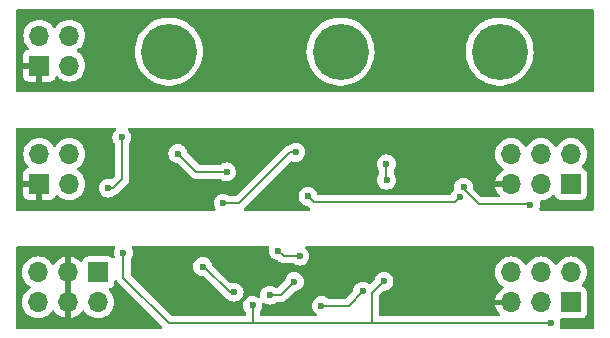
<source format=gbr>
%TF.GenerationSoftware,KiCad,Pcbnew,8.0.6*%
%TF.CreationDate,2024-11-12T19:13:31+01:00*%
%TF.ProjectId,EMG_amplifier,454d475f-616d-4706-9c69-666965722e6b,rev?*%
%TF.SameCoordinates,Original*%
%TF.FileFunction,Copper,L2,Bot*%
%TF.FilePolarity,Positive*%
%FSLAX46Y46*%
G04 Gerber Fmt 4.6, Leading zero omitted, Abs format (unit mm)*
G04 Created by KiCad (PCBNEW 8.0.6) date 2024-11-12 19:13:31*
%MOMM*%
%LPD*%
G01*
G04 APERTURE LIST*
%TA.AperFunction,ComponentPad*%
%ADD10C,4.750000*%
%TD*%
%TA.AperFunction,ComponentPad*%
%ADD11O,1.700000X1.700000*%
%TD*%
%TA.AperFunction,ComponentPad*%
%ADD12R,1.700000X1.700000*%
%TD*%
%TA.AperFunction,ViaPad*%
%ADD13C,0.600000*%
%TD*%
%TA.AperFunction,Conductor*%
%ADD14C,0.200000*%
%TD*%
G04 APERTURE END LIST*
D10*
%TO.P,E2,1,Pin_1*%
%TO.N,/Electrode_Board/V_ER*%
X40000400Y-16067200D03*
%TD*%
%TO.P,E1,1,Pin_1*%
%TO.N,/Electrode_Board/V_E1*%
X53469200Y-16067200D03*
%TD*%
D11*
%TO.P,J4,6,Pin_6*%
%TO.N,unconnected-(J4-Pin_6-Pad6)*%
X54448000Y-24754600D03*
%TO.P,J4,5,Pin_5*%
%TO.N,GND*%
X54448000Y-27294600D03*
%TO.P,J4,4,Pin_4*%
%TO.N,/Filtering_Board/V_F2*%
X56988000Y-24754600D03*
%TO.P,J4,3,Pin_3*%
%TO.N,/Filtering_Board/V_CM*%
X56988000Y-27294600D03*
%TO.P,J4,2,Pin_2*%
%TO.N,/Filtering_Board/V_F1*%
X59528000Y-24754600D03*
D12*
%TO.P,J4,1,Pin_1*%
%TO.N,/Filtering_Board/+V_DD*%
X59528000Y-27294600D03*
%TD*%
D11*
%TO.P,J7,6,Pin_6*%
%TO.N,+1V8*%
X14407400Y-37304800D03*
%TO.P,J7,5,Pin_5*%
X14407400Y-34764800D03*
%TO.P,J7,4,Pin_4*%
%TO.N,GND*%
X16947400Y-37304800D03*
%TO.P,J7,3,Pin_3*%
X16947400Y-34764800D03*
%TO.P,J7,2,Pin_2*%
%TO.N,/Processing_Board/V_EMG_OUT*%
X19487400Y-37304800D03*
D12*
%TO.P,J7,1,Pin_1*%
%TO.N,unconnected-(J7-Pin_1-Pad1)*%
X19487400Y-34764800D03*
%TD*%
%TO.P,J1,1,Pin_1*%
%TO.N,GND*%
X14498800Y-17255000D03*
D11*
%TO.P,J1,2,Pin_2*%
%TO.N,/Electrode_Board/V_I1*%
X17038800Y-17255000D03*
%TO.P,J1,3,Pin_3*%
%TO.N,/Electrode_Board/V_PR*%
X14498800Y-14715000D03*
%TO.P,J1,4,Pin_4*%
%TO.N,/Electrode_Board/V_I2*%
X17038800Y-14715000D03*
%TD*%
%TO.P,J3,6,Pin_6*%
%TO.N,unconnected-(J3-Pin_6-Pad6)*%
X54448000Y-34769400D03*
%TO.P,J3,5,Pin_5*%
%TO.N,GND*%
X54448000Y-37309400D03*
%TO.P,J3,4,Pin_4*%
%TO.N,/Processing_Board/V_F2*%
X56988000Y-34769400D03*
%TO.P,J3,3,Pin_3*%
%TO.N,/Processing_Board/V_CM*%
X56988000Y-37309400D03*
%TO.P,J3,2,Pin_2*%
%TO.N,/Processing_Board/V_F1*%
X59528000Y-34769400D03*
D12*
%TO.P,J3,1,Pin_1*%
%TO.N,+1V8*%
X59528000Y-37309400D03*
%TD*%
D11*
%TO.P,J2,4,Pin_4*%
%TO.N,/Filtering_Board/V_I2*%
X17038800Y-24754600D03*
%TO.P,J2,3,Pin_3*%
%TO.N,/Filtering_Board/V_PR*%
X14498800Y-24754600D03*
%TO.P,J2,2,Pin_2*%
%TO.N,/Filtering_Board/V_I1*%
X17038800Y-27294600D03*
D12*
%TO.P,J2,1,Pin_1*%
%TO.N,GND*%
X14498800Y-27294600D03*
%TD*%
D10*
%TO.P,E3,1,Pin_1*%
%TO.N,/Electrode_Board/V_E2*%
X25469200Y-16067200D03*
%TD*%
D13*
%TO.N,GND*%
X39100000Y-23750000D03*
X38150000Y-26800000D03*
X46580000Y-36960000D03*
%TO.N,+1V8*%
X43680000Y-35500000D03*
%TO.N,GND*%
X50100000Y-33350000D03*
X59719200Y-13200800D03*
X19995400Y-24252200D03*
X47325435Y-26924565D03*
X25075600Y-35180000D03*
X14498800Y-19050000D03*
X31847000Y-13270000D03*
X52344800Y-27875000D03*
X51430400Y-26909800D03*
X33862100Y-23870000D03*
X33904400Y-34326600D03*
X16937200Y-39076400D03*
X44290000Y-38040000D03*
X52840000Y-38040000D03*
X30323000Y-37501600D03*
X14513600Y-29109000D03*
X29434000Y-37222200D03*
X46269200Y-13200800D03*
X40900000Y-34740000D03*
X21748000Y-28316200D03*
X49093600Y-26935200D03*
%TO.N,/Filtering_Board/V_F2*%
X37250000Y-28330000D03*
X50120000Y-28410000D03*
%TO.N,/Filtering_Board/V_PR*%
X36200000Y-24600000D03*
X30079200Y-28900400D03*
%TO.N,/Processing_Board/LPF_400Hz/V_EMG_INA*%
X41884423Y-36374423D03*
X38390000Y-37577800D03*
%TO.N,Net-(U3-IN+)*%
X36555365Y-33390000D03*
X34742600Y-32925600D03*
%TO.N,+1V8*%
X28326600Y-34271800D03*
X30983400Y-36434800D03*
X34006000Y-36688800D03*
X57810800Y-39074400D03*
X21619200Y-33100800D03*
X32558200Y-37562000D03*
X36088800Y-35545800D03*
%TO.N,Net-(U8--INA)*%
X26233600Y-24700000D03*
X30348400Y-26249400D03*
%TO.N,/Filtering_Board/V_CM*%
X56080000Y-29020000D03*
X50414400Y-27544800D03*
%TO.N,/Filtering_Board/+V_DD*%
X20325600Y-27630400D03*
X43902165Y-26951000D03*
X21490900Y-23340900D03*
X43886600Y-25586600D03*
%TD*%
D14*
%TO.N,/Filtering_Board/+V_DD*%
X43886600Y-26935435D02*
X43902165Y-26951000D01*
X43886600Y-25586600D02*
X43886600Y-26935435D01*
%TO.N,/Filtering_Board/V_PR*%
X31405800Y-28900400D02*
X30079200Y-28900400D01*
X36200000Y-24600000D02*
X35706200Y-24600000D01*
X35706200Y-24600000D02*
X31405800Y-28900400D01*
%TO.N,/Filtering_Board/+V_DD*%
X21500000Y-23350000D02*
X21500000Y-26862400D01*
X20732000Y-27630400D02*
X20325600Y-27630400D01*
X21490900Y-23340900D02*
X21500000Y-23350000D01*
X21500000Y-26862400D02*
X20732000Y-27630400D01*
%TO.N,/Filtering_Board/V_F2*%
X49715200Y-28814800D02*
X50120000Y-28410000D01*
X37250000Y-28330000D02*
X37734800Y-28814800D01*
X37734800Y-28814800D02*
X49715200Y-28814800D01*
%TO.N,Net-(U3-IN+)*%
X36545365Y-33380000D02*
X35197000Y-33380000D01*
X36555365Y-33390000D02*
X36545365Y-33380000D01*
X35197000Y-33380000D02*
X34742600Y-32925600D01*
%TO.N,+1V8*%
X43641471Y-35500000D02*
X43680000Y-35500000D01*
X42640000Y-36501471D02*
X43641471Y-35500000D01*
X42640000Y-39074400D02*
X42640000Y-36501471D01*
X42640000Y-39074400D02*
X45160000Y-39074400D01*
X32558200Y-39074400D02*
X42640000Y-39074400D01*
X57810800Y-39074400D02*
X45160000Y-39074400D01*
%TO.N,/Filtering_Board/V_CM*%
X51709671Y-29002000D02*
X50414400Y-27706729D01*
X56062000Y-29002000D02*
X51709671Y-29002000D01*
X56080000Y-29020000D02*
X56062000Y-29002000D01*
X50414400Y-27706729D02*
X50414400Y-27544800D01*
%TO.N,+1V8*%
X30609400Y-36434800D02*
X28446400Y-34271800D01*
X21619200Y-35215600D02*
X25478000Y-39074400D01*
X36088800Y-35545800D02*
X34945800Y-36688800D01*
X28326600Y-34271800D02*
X28446400Y-34271800D01*
X28446400Y-34271800D02*
X28473800Y-34299200D01*
X25478000Y-39074400D02*
X32558200Y-39074400D01*
X34945800Y-36688800D02*
X34006000Y-36688800D01*
X32558200Y-39074400D02*
X32558200Y-37562000D01*
X21619200Y-33100800D02*
X21619200Y-35215600D01*
X30983400Y-36434800D02*
X30609400Y-36434800D01*
%TO.N,Net-(U8--INA)*%
X27783000Y-26249400D02*
X26233600Y-24700000D01*
X30348400Y-26249400D02*
X27783000Y-26249400D01*
%TO.N,/Processing_Board/LPF_400Hz/V_EMG_INA*%
X40681046Y-37577800D02*
X38390000Y-37577800D01*
X41884423Y-36374423D02*
X40681046Y-37577800D01*
%TD*%
%TA.AperFunction,Conductor*%
%TO.N,GND*%
G36*
X61413939Y-12520185D02*
G01*
X61459694Y-12572989D01*
X61470900Y-12624500D01*
X61470900Y-19376500D01*
X61451215Y-19443539D01*
X61398411Y-19489294D01*
X61346900Y-19500500D01*
X12624500Y-19500500D01*
X12557461Y-19480815D01*
X12511706Y-19428011D01*
X12500500Y-19376500D01*
X12500500Y-14714999D01*
X13143141Y-14714999D01*
X13143141Y-14715000D01*
X13163736Y-14950403D01*
X13163738Y-14950413D01*
X13224894Y-15178655D01*
X13224896Y-15178659D01*
X13224897Y-15178663D01*
X13228800Y-15187032D01*
X13324765Y-15392830D01*
X13324767Y-15392834D01*
X13433081Y-15547521D01*
X13460301Y-15586396D01*
X13460306Y-15586402D01*
X13582618Y-15708714D01*
X13616103Y-15770037D01*
X13611119Y-15839729D01*
X13569247Y-15895662D01*
X13538271Y-15912577D01*
X13406712Y-15961646D01*
X13406706Y-15961649D01*
X13291612Y-16047809D01*
X13291609Y-16047812D01*
X13205449Y-16162906D01*
X13205445Y-16162913D01*
X13155203Y-16297620D01*
X13155201Y-16297627D01*
X13148800Y-16357155D01*
X13148800Y-17005000D01*
X14065788Y-17005000D01*
X14032875Y-17062007D01*
X13998800Y-17189174D01*
X13998800Y-17320826D01*
X14032875Y-17447993D01*
X14065788Y-17505000D01*
X13148800Y-17505000D01*
X13148800Y-18152844D01*
X13155201Y-18212372D01*
X13155203Y-18212379D01*
X13205445Y-18347086D01*
X13205449Y-18347093D01*
X13291609Y-18462187D01*
X13291612Y-18462190D01*
X13406706Y-18548350D01*
X13406713Y-18548354D01*
X13541420Y-18598596D01*
X13541427Y-18598598D01*
X13600955Y-18604999D01*
X13600972Y-18605000D01*
X14248800Y-18605000D01*
X14248800Y-17688012D01*
X14305807Y-17720925D01*
X14432974Y-17755000D01*
X14564626Y-17755000D01*
X14691793Y-17720925D01*
X14748800Y-17688012D01*
X14748800Y-18605000D01*
X15396628Y-18605000D01*
X15396644Y-18604999D01*
X15456172Y-18598598D01*
X15456179Y-18598596D01*
X15590886Y-18548354D01*
X15590893Y-18548350D01*
X15705987Y-18462190D01*
X15705990Y-18462187D01*
X15792150Y-18347093D01*
X15792154Y-18347086D01*
X15841222Y-18215529D01*
X15883093Y-18159595D01*
X15948557Y-18135178D01*
X16016830Y-18150030D01*
X16045085Y-18171181D01*
X16167399Y-18293495D01*
X16243935Y-18347086D01*
X16360965Y-18429032D01*
X16360967Y-18429033D01*
X16360970Y-18429035D01*
X16575137Y-18528903D01*
X16803392Y-18590063D01*
X16974119Y-18605000D01*
X17038799Y-18610659D01*
X17038800Y-18610659D01*
X17038801Y-18610659D01*
X17103481Y-18605000D01*
X17274208Y-18590063D01*
X17502463Y-18528903D01*
X17716630Y-18429035D01*
X17910201Y-18293495D01*
X18077295Y-18126401D01*
X18212835Y-17932830D01*
X18312703Y-17718663D01*
X18373863Y-17490408D01*
X18394459Y-17255000D01*
X18373863Y-17019592D01*
X18312703Y-16791337D01*
X18212835Y-16577171D01*
X18077295Y-16383599D01*
X18077294Y-16383597D01*
X17910202Y-16216506D01*
X17910196Y-16216501D01*
X17724642Y-16086575D01*
X17709152Y-16067196D01*
X22588827Y-16067196D01*
X22588827Y-16067203D01*
X22608303Y-16401591D01*
X22608304Y-16401602D01*
X22666464Y-16731442D01*
X22666467Y-16731456D01*
X22666468Y-16731460D01*
X22683717Y-16789075D01*
X22762534Y-17052345D01*
X22895201Y-17359900D01*
X22895207Y-17359913D01*
X23062686Y-17649996D01*
X23262702Y-17918664D01*
X23262707Y-17918670D01*
X23381420Y-18044498D01*
X23492568Y-18162307D01*
X23492574Y-18162312D01*
X23492576Y-18162314D01*
X23749158Y-18377612D01*
X23749166Y-18377618D01*
X24029009Y-18561674D01*
X24029013Y-18561676D01*
X24328343Y-18712005D01*
X24643100Y-18826567D01*
X24643106Y-18826568D01*
X24643108Y-18826569D01*
X24969012Y-18903811D01*
X24969019Y-18903812D01*
X24969028Y-18903814D01*
X25301721Y-18942700D01*
X25301728Y-18942700D01*
X25636672Y-18942700D01*
X25636679Y-18942700D01*
X25969372Y-18903814D01*
X25969381Y-18903811D01*
X25969387Y-18903811D01*
X26232276Y-18841504D01*
X26295300Y-18826567D01*
X26610057Y-18712005D01*
X26909387Y-18561676D01*
X27189239Y-18377614D01*
X27445832Y-18162307D01*
X27675694Y-17918668D01*
X27875717Y-17649991D01*
X28043195Y-17359909D01*
X28175865Y-17052346D01*
X28271932Y-16731460D01*
X28330097Y-16401591D01*
X28349372Y-16070659D01*
X28349573Y-16067203D01*
X28349573Y-16067196D01*
X37120027Y-16067196D01*
X37120027Y-16067203D01*
X37139503Y-16401591D01*
X37139504Y-16401602D01*
X37197664Y-16731442D01*
X37197667Y-16731456D01*
X37197668Y-16731460D01*
X37214917Y-16789075D01*
X37293734Y-17052345D01*
X37426401Y-17359900D01*
X37426407Y-17359913D01*
X37593886Y-17649996D01*
X37793902Y-17918664D01*
X37793907Y-17918670D01*
X37912620Y-18044498D01*
X38023768Y-18162307D01*
X38023774Y-18162312D01*
X38023776Y-18162314D01*
X38280358Y-18377612D01*
X38280366Y-18377618D01*
X38560209Y-18561674D01*
X38560213Y-18561676D01*
X38859543Y-18712005D01*
X39174300Y-18826567D01*
X39174306Y-18826568D01*
X39174308Y-18826569D01*
X39500212Y-18903811D01*
X39500219Y-18903812D01*
X39500228Y-18903814D01*
X39832921Y-18942700D01*
X39832928Y-18942700D01*
X40167872Y-18942700D01*
X40167879Y-18942700D01*
X40500572Y-18903814D01*
X40500581Y-18903811D01*
X40500587Y-18903811D01*
X40763476Y-18841504D01*
X40826500Y-18826567D01*
X41141257Y-18712005D01*
X41440587Y-18561676D01*
X41720439Y-18377614D01*
X41977032Y-18162307D01*
X42206894Y-17918668D01*
X42406917Y-17649991D01*
X42574395Y-17359909D01*
X42707065Y-17052346D01*
X42803132Y-16731460D01*
X42861297Y-16401591D01*
X42880572Y-16070659D01*
X42880773Y-16067203D01*
X42880773Y-16067196D01*
X50588827Y-16067196D01*
X50588827Y-16067203D01*
X50608303Y-16401591D01*
X50608304Y-16401602D01*
X50666464Y-16731442D01*
X50666467Y-16731456D01*
X50666468Y-16731460D01*
X50683717Y-16789075D01*
X50762534Y-17052345D01*
X50895201Y-17359900D01*
X50895207Y-17359913D01*
X51062686Y-17649996D01*
X51262702Y-17918664D01*
X51262707Y-17918670D01*
X51381420Y-18044498D01*
X51492568Y-18162307D01*
X51492574Y-18162312D01*
X51492576Y-18162314D01*
X51749158Y-18377612D01*
X51749166Y-18377618D01*
X52029009Y-18561674D01*
X52029013Y-18561676D01*
X52328343Y-18712005D01*
X52643100Y-18826567D01*
X52643106Y-18826568D01*
X52643108Y-18826569D01*
X52969012Y-18903811D01*
X52969019Y-18903812D01*
X52969028Y-18903814D01*
X53301721Y-18942700D01*
X53301728Y-18942700D01*
X53636672Y-18942700D01*
X53636679Y-18942700D01*
X53969372Y-18903814D01*
X53969381Y-18903811D01*
X53969387Y-18903811D01*
X54232276Y-18841504D01*
X54295300Y-18826567D01*
X54610057Y-18712005D01*
X54909387Y-18561676D01*
X55189239Y-18377614D01*
X55445832Y-18162307D01*
X55675694Y-17918668D01*
X55875717Y-17649991D01*
X56043195Y-17359909D01*
X56175865Y-17052346D01*
X56271932Y-16731460D01*
X56330097Y-16401591D01*
X56349372Y-16070659D01*
X56349573Y-16067203D01*
X56349573Y-16067196D01*
X56338869Y-15883425D01*
X56330097Y-15732809D01*
X56271932Y-15402940D01*
X56175865Y-15082054D01*
X56043195Y-14774491D01*
X55875717Y-14484409D01*
X55872131Y-14479592D01*
X55675697Y-14215735D01*
X55675692Y-14215729D01*
X55564546Y-14097923D01*
X55445832Y-13972093D01*
X55445825Y-13972087D01*
X55445823Y-13972085D01*
X55189241Y-13756787D01*
X55189233Y-13756781D01*
X54909390Y-13572725D01*
X54610064Y-13422398D01*
X54610058Y-13422395D01*
X54295312Y-13307837D01*
X54295291Y-13307830D01*
X53969387Y-13230588D01*
X53969372Y-13230586D01*
X53636679Y-13191700D01*
X53301721Y-13191700D01*
X53010614Y-13225725D01*
X52969027Y-13230586D01*
X52969012Y-13230588D01*
X52643108Y-13307830D01*
X52643087Y-13307837D01*
X52328341Y-13422395D01*
X52328335Y-13422398D01*
X52029009Y-13572725D01*
X51749166Y-13756781D01*
X51749158Y-13756787D01*
X51492576Y-13972085D01*
X51492566Y-13972095D01*
X51262707Y-14215729D01*
X51262702Y-14215735D01*
X51062686Y-14484403D01*
X50895207Y-14774486D01*
X50895201Y-14774499D01*
X50762534Y-15082054D01*
X50666467Y-15402943D01*
X50666464Y-15402957D01*
X50608304Y-15732797D01*
X50608303Y-15732808D01*
X50588827Y-16067196D01*
X42880773Y-16067196D01*
X42870069Y-15883425D01*
X42861297Y-15732809D01*
X42803132Y-15402940D01*
X42707065Y-15082054D01*
X42574395Y-14774491D01*
X42406917Y-14484409D01*
X42403331Y-14479592D01*
X42206897Y-14215735D01*
X42206892Y-14215729D01*
X42095746Y-14097923D01*
X41977032Y-13972093D01*
X41977025Y-13972087D01*
X41977023Y-13972085D01*
X41720441Y-13756787D01*
X41720433Y-13756781D01*
X41440590Y-13572725D01*
X41141264Y-13422398D01*
X41141258Y-13422395D01*
X40826512Y-13307837D01*
X40826491Y-13307830D01*
X40500587Y-13230588D01*
X40500572Y-13230586D01*
X40167879Y-13191700D01*
X39832921Y-13191700D01*
X39541814Y-13225725D01*
X39500227Y-13230586D01*
X39500212Y-13230588D01*
X39174308Y-13307830D01*
X39174287Y-13307837D01*
X38859541Y-13422395D01*
X38859535Y-13422398D01*
X38560209Y-13572725D01*
X38280366Y-13756781D01*
X38280358Y-13756787D01*
X38023776Y-13972085D01*
X38023766Y-13972095D01*
X37793907Y-14215729D01*
X37793902Y-14215735D01*
X37593886Y-14484403D01*
X37426407Y-14774486D01*
X37426401Y-14774499D01*
X37293734Y-15082054D01*
X37197667Y-15402943D01*
X37197664Y-15402957D01*
X37139504Y-15732797D01*
X37139503Y-15732808D01*
X37120027Y-16067196D01*
X28349573Y-16067196D01*
X28338869Y-15883425D01*
X28330097Y-15732809D01*
X28271932Y-15402940D01*
X28175865Y-15082054D01*
X28043195Y-14774491D01*
X27875717Y-14484409D01*
X27872131Y-14479592D01*
X27675697Y-14215735D01*
X27675692Y-14215729D01*
X27564546Y-14097923D01*
X27445832Y-13972093D01*
X27445825Y-13972087D01*
X27445823Y-13972085D01*
X27189241Y-13756787D01*
X27189233Y-13756781D01*
X26909390Y-13572725D01*
X26610064Y-13422398D01*
X26610058Y-13422395D01*
X26295312Y-13307837D01*
X26295291Y-13307830D01*
X25969387Y-13230588D01*
X25969372Y-13230586D01*
X25636679Y-13191700D01*
X25301721Y-13191700D01*
X25010614Y-13225725D01*
X24969027Y-13230586D01*
X24969012Y-13230588D01*
X24643108Y-13307830D01*
X24643087Y-13307837D01*
X24328341Y-13422395D01*
X24328335Y-13422398D01*
X24029009Y-13572725D01*
X23749166Y-13756781D01*
X23749158Y-13756787D01*
X23492576Y-13972085D01*
X23492566Y-13972095D01*
X23262707Y-14215729D01*
X23262702Y-14215735D01*
X23062686Y-14484403D01*
X22895207Y-14774486D01*
X22895201Y-14774499D01*
X22762534Y-15082054D01*
X22666467Y-15402943D01*
X22666464Y-15402957D01*
X22608304Y-15732797D01*
X22608303Y-15732808D01*
X22588827Y-16067196D01*
X17709152Y-16067196D01*
X17681017Y-16031998D01*
X17673823Y-15962500D01*
X17705346Y-15900145D01*
X17724642Y-15883425D01*
X17836300Y-15805241D01*
X17910201Y-15753495D01*
X18077295Y-15586401D01*
X18212835Y-15392830D01*
X18312703Y-15178663D01*
X18373863Y-14950408D01*
X18394459Y-14715000D01*
X18373863Y-14479592D01*
X18312703Y-14251337D01*
X18212835Y-14037171D01*
X18207225Y-14029158D01*
X18077294Y-13843597D01*
X17910202Y-13676506D01*
X17910195Y-13676501D01*
X17716634Y-13540967D01*
X17716630Y-13540965D01*
X17716628Y-13540964D01*
X17502463Y-13441097D01*
X17502459Y-13441096D01*
X17502455Y-13441094D01*
X17274213Y-13379938D01*
X17274203Y-13379936D01*
X17038801Y-13359341D01*
X17038799Y-13359341D01*
X16803396Y-13379936D01*
X16803386Y-13379938D01*
X16575144Y-13441094D01*
X16575135Y-13441098D01*
X16360971Y-13540964D01*
X16360969Y-13540965D01*
X16167397Y-13676505D01*
X16000305Y-13843597D01*
X15870375Y-14029158D01*
X15815798Y-14072783D01*
X15746300Y-14079977D01*
X15683945Y-14048454D01*
X15667225Y-14029158D01*
X15537294Y-13843597D01*
X15370202Y-13676506D01*
X15370195Y-13676501D01*
X15176634Y-13540967D01*
X15176630Y-13540965D01*
X15176628Y-13540964D01*
X14962463Y-13441097D01*
X14962459Y-13441096D01*
X14962455Y-13441094D01*
X14734213Y-13379938D01*
X14734203Y-13379936D01*
X14498801Y-13359341D01*
X14498799Y-13359341D01*
X14263396Y-13379936D01*
X14263386Y-13379938D01*
X14035144Y-13441094D01*
X14035135Y-13441098D01*
X13820971Y-13540964D01*
X13820969Y-13540965D01*
X13627397Y-13676505D01*
X13460305Y-13843597D01*
X13324765Y-14037169D01*
X13324764Y-14037171D01*
X13224898Y-14251335D01*
X13224894Y-14251344D01*
X13163738Y-14479586D01*
X13163736Y-14479596D01*
X13143141Y-14714999D01*
X12500500Y-14714999D01*
X12500500Y-12624500D01*
X12520185Y-12557461D01*
X12572989Y-12511706D01*
X12624500Y-12500500D01*
X61346900Y-12500500D01*
X61413939Y-12520185D01*
G37*
%TD.AperFunction*%
%TD*%
%TA.AperFunction,Conductor*%
%TO.N,GND*%
G36*
X20868152Y-32560785D02*
G01*
X20913907Y-32613589D01*
X20923851Y-32682747D01*
X20906107Y-32731072D01*
X20893411Y-32751276D01*
X20833831Y-32921545D01*
X20833830Y-32921550D01*
X20813635Y-33100796D01*
X20813635Y-33100803D01*
X20833830Y-33280049D01*
X20833832Y-33280057D01*
X20880152Y-33412432D01*
X20883713Y-33482211D01*
X20848984Y-33542838D01*
X20786991Y-33575065D01*
X20717415Y-33568660D01*
X20688799Y-33552652D01*
X20579735Y-33471006D01*
X20579728Y-33471002D01*
X20444882Y-33420708D01*
X20444883Y-33420708D01*
X20385283Y-33414301D01*
X20385281Y-33414300D01*
X20385273Y-33414300D01*
X20385264Y-33414300D01*
X18589529Y-33414300D01*
X18589523Y-33414301D01*
X18529916Y-33420708D01*
X18395071Y-33471002D01*
X18395064Y-33471006D01*
X18279855Y-33557252D01*
X18279852Y-33557255D01*
X18193606Y-33672464D01*
X18193602Y-33672471D01*
X18144397Y-33804398D01*
X18102526Y-33860332D01*
X18037061Y-33884749D01*
X17968788Y-33869897D01*
X17940534Y-33848746D01*
X17818482Y-33726694D01*
X17624978Y-33591199D01*
X17410892Y-33491370D01*
X17410886Y-33491367D01*
X17197400Y-33434164D01*
X17197400Y-34331788D01*
X17140393Y-34298875D01*
X17013226Y-34264800D01*
X16881574Y-34264800D01*
X16754407Y-34298875D01*
X16697400Y-34331788D01*
X16697400Y-33434164D01*
X16697399Y-33434164D01*
X16483913Y-33491367D01*
X16483907Y-33491370D01*
X16269822Y-33591199D01*
X16269820Y-33591200D01*
X16076326Y-33726686D01*
X16076320Y-33726691D01*
X15909291Y-33893720D01*
X15909290Y-33893722D01*
X15779280Y-34079395D01*
X15724703Y-34123019D01*
X15655204Y-34130212D01*
X15592850Y-34098690D01*
X15576130Y-34079394D01*
X15445894Y-33893397D01*
X15278802Y-33726306D01*
X15278795Y-33726301D01*
X15256897Y-33710968D01*
X15201918Y-33672471D01*
X15085234Y-33590767D01*
X15085230Y-33590765D01*
X15039102Y-33569255D01*
X14871063Y-33490897D01*
X14871059Y-33490896D01*
X14871055Y-33490894D01*
X14642813Y-33429738D01*
X14642803Y-33429736D01*
X14407401Y-33409141D01*
X14407399Y-33409141D01*
X14171996Y-33429736D01*
X14171986Y-33429738D01*
X13943744Y-33490894D01*
X13943735Y-33490898D01*
X13729571Y-33590764D01*
X13729569Y-33590765D01*
X13535997Y-33726305D01*
X13368905Y-33893397D01*
X13233365Y-34086969D01*
X13233364Y-34086971D01*
X13133498Y-34301135D01*
X13133494Y-34301144D01*
X13072338Y-34529386D01*
X13072336Y-34529396D01*
X13051741Y-34764799D01*
X13051741Y-34764800D01*
X13072336Y-35000203D01*
X13072338Y-35000213D01*
X13133494Y-35228455D01*
X13133496Y-35228459D01*
X13133497Y-35228463D01*
X13215064Y-35403384D01*
X13233365Y-35442630D01*
X13233367Y-35442634D01*
X13321751Y-35568858D01*
X13368901Y-35636196D01*
X13368906Y-35636202D01*
X13535997Y-35803293D01*
X13536003Y-35803298D01*
X13721558Y-35933225D01*
X13765183Y-35987802D01*
X13772377Y-36057300D01*
X13740854Y-36119655D01*
X13721558Y-36136375D01*
X13535997Y-36266305D01*
X13368905Y-36433397D01*
X13233365Y-36626969D01*
X13233364Y-36626971D01*
X13133498Y-36841135D01*
X13133494Y-36841144D01*
X13072338Y-37069386D01*
X13072336Y-37069396D01*
X13051741Y-37304799D01*
X13051741Y-37304800D01*
X13072336Y-37540203D01*
X13072338Y-37540213D01*
X13133494Y-37768455D01*
X13133496Y-37768459D01*
X13133497Y-37768463D01*
X13213201Y-37939388D01*
X13233365Y-37982630D01*
X13233367Y-37982634D01*
X13316445Y-38101280D01*
X13368905Y-38176201D01*
X13535999Y-38343295D01*
X13564381Y-38363168D01*
X13729565Y-38478832D01*
X13729567Y-38478833D01*
X13729570Y-38478835D01*
X13943737Y-38578703D01*
X14171992Y-38639863D01*
X14360318Y-38656339D01*
X14407399Y-38660459D01*
X14407400Y-38660459D01*
X14407401Y-38660459D01*
X14446634Y-38657026D01*
X14642808Y-38639863D01*
X14871063Y-38578703D01*
X15085230Y-38478835D01*
X15278801Y-38343295D01*
X15445895Y-38176201D01*
X15576130Y-37990205D01*
X15630707Y-37946581D01*
X15700205Y-37939387D01*
X15762560Y-37970910D01*
X15779279Y-37990205D01*
X15909290Y-38175878D01*
X16076317Y-38342905D01*
X16269821Y-38478400D01*
X16483907Y-38578229D01*
X16483916Y-38578233D01*
X16697400Y-38635434D01*
X16697400Y-37737812D01*
X16754407Y-37770725D01*
X16881574Y-37804800D01*
X17013226Y-37804800D01*
X17140393Y-37770725D01*
X17197400Y-37737812D01*
X17197400Y-38635433D01*
X17410883Y-38578233D01*
X17410892Y-38578229D01*
X17624978Y-38478400D01*
X17818482Y-38342905D01*
X17985505Y-38175882D01*
X18115519Y-37990205D01*
X18170096Y-37946581D01*
X18239595Y-37939388D01*
X18301949Y-37970910D01*
X18318669Y-37990205D01*
X18448905Y-38176201D01*
X18615999Y-38343295D01*
X18644381Y-38363168D01*
X18809565Y-38478832D01*
X18809567Y-38478833D01*
X18809570Y-38478835D01*
X19023737Y-38578703D01*
X19251992Y-38639863D01*
X19440318Y-38656339D01*
X19487399Y-38660459D01*
X19487400Y-38660459D01*
X19487401Y-38660459D01*
X19526634Y-38657026D01*
X19722808Y-38639863D01*
X19951063Y-38578703D01*
X20165230Y-38478835D01*
X20358801Y-38343295D01*
X20525895Y-38176201D01*
X20661435Y-37982630D01*
X20761303Y-37768463D01*
X20822463Y-37540208D01*
X20843059Y-37304800D01*
X20822463Y-37069392D01*
X20762536Y-36845737D01*
X20761305Y-36841144D01*
X20761304Y-36841143D01*
X20761303Y-36841137D01*
X20661435Y-36626971D01*
X20659351Y-36623995D01*
X20525896Y-36433400D01*
X20468996Y-36376500D01*
X20403967Y-36311471D01*
X20370484Y-36250151D01*
X20375468Y-36180459D01*
X20417339Y-36124525D01*
X20448315Y-36107610D01*
X20579731Y-36058596D01*
X20694946Y-35972346D01*
X20781196Y-35857131D01*
X20831491Y-35722283D01*
X20837900Y-35662673D01*
X20837899Y-35526119D01*
X20857583Y-35459083D01*
X20910387Y-35413328D01*
X20979545Y-35403384D01*
X21043101Y-35432408D01*
X21069283Y-35464117D01*
X21088558Y-35497501D01*
X21088559Y-35497504D01*
X21088560Y-35497504D01*
X21129755Y-35568858D01*
X21138679Y-35584314D01*
X21138681Y-35584317D01*
X21257549Y-35703185D01*
X21257555Y-35703190D01*
X24878784Y-39324419D01*
X24912269Y-39385742D01*
X24907285Y-39455434D01*
X24865413Y-39511367D01*
X24799949Y-39535784D01*
X24791103Y-39536100D01*
X12624500Y-39536100D01*
X12557461Y-39516415D01*
X12511706Y-39463611D01*
X12500500Y-39412100D01*
X12500500Y-32665100D01*
X12520185Y-32598061D01*
X12572989Y-32552306D01*
X12624500Y-32541100D01*
X12679092Y-32541100D01*
X20801113Y-32541100D01*
X20868152Y-32560785D01*
G37*
%TD.AperFunction*%
%TA.AperFunction,Conductor*%
G36*
X33921327Y-32560785D02*
G01*
X33967082Y-32613589D01*
X33977026Y-32682747D01*
X33971330Y-32706054D01*
X33957232Y-32746342D01*
X33957230Y-32746350D01*
X33937035Y-32925596D01*
X33937035Y-32925603D01*
X33957230Y-33104849D01*
X33957231Y-33104854D01*
X34016811Y-33275123D01*
X34101021Y-33409141D01*
X34112784Y-33427862D01*
X34240338Y-33555416D01*
X34393078Y-33651389D01*
X34563345Y-33710968D01*
X34650268Y-33720761D01*
X34714679Y-33747826D01*
X34724064Y-33756300D01*
X34828284Y-33860520D01*
X34828286Y-33860521D01*
X34828290Y-33860524D01*
X34935251Y-33922277D01*
X34965216Y-33939577D01*
X35117943Y-33980501D01*
X35117945Y-33980501D01*
X35283654Y-33980501D01*
X35283670Y-33980500D01*
X35962425Y-33980500D01*
X36029464Y-34000185D01*
X36050106Y-34016819D01*
X36053103Y-34019816D01*
X36205843Y-34115789D01*
X36376110Y-34175368D01*
X36376115Y-34175369D01*
X36555361Y-34195565D01*
X36555365Y-34195565D01*
X36555369Y-34195565D01*
X36734614Y-34175369D01*
X36734617Y-34175368D01*
X36734620Y-34175368D01*
X36904887Y-34115789D01*
X37057627Y-34019816D01*
X37185181Y-33892262D01*
X37281154Y-33739522D01*
X37340733Y-33569255D01*
X37342085Y-33557255D01*
X37360930Y-33390003D01*
X37360930Y-33389996D01*
X37340734Y-33210750D01*
X37340733Y-33210745D01*
X37303678Y-33104849D01*
X37281154Y-33040478D01*
X37185181Y-32887738D01*
X37057627Y-32760184D01*
X37052703Y-32755260D01*
X37054168Y-32753794D01*
X37019819Y-32704848D01*
X37016976Y-32635036D01*
X37052326Y-32574770D01*
X37114648Y-32543182D01*
X37137276Y-32541100D01*
X61346900Y-32541100D01*
X61413939Y-32560785D01*
X61459694Y-32613589D01*
X61470900Y-32665100D01*
X61470900Y-39412100D01*
X61451215Y-39479139D01*
X61398411Y-39524894D01*
X61346900Y-39536100D01*
X58672098Y-39536100D01*
X58605059Y-39516415D01*
X58559304Y-39463611D01*
X58549360Y-39394453D01*
X58555057Y-39371145D01*
X58596166Y-39253662D01*
X58596169Y-39253649D01*
X58616365Y-39074403D01*
X58616365Y-39074396D01*
X58596169Y-38895150D01*
X58596166Y-38895137D01*
X58571573Y-38824854D01*
X58568011Y-38755075D01*
X58602739Y-38694448D01*
X58664733Y-38662220D01*
X58688604Y-38659899D01*
X60425872Y-38659899D01*
X60485483Y-38653491D01*
X60620331Y-38603196D01*
X60735546Y-38516946D01*
X60821796Y-38401731D01*
X60872091Y-38266883D01*
X60878500Y-38207273D01*
X60878499Y-36411528D01*
X60872091Y-36351917D01*
X60870810Y-36348483D01*
X60821797Y-36217071D01*
X60821793Y-36217064D01*
X60735547Y-36101855D01*
X60735544Y-36101852D01*
X60620335Y-36015606D01*
X60620328Y-36015602D01*
X60488917Y-35966589D01*
X60432983Y-35924718D01*
X60408566Y-35859253D01*
X60423418Y-35790980D01*
X60444563Y-35762732D01*
X60566495Y-35640801D01*
X60702035Y-35447230D01*
X60801903Y-35233063D01*
X60863063Y-35004808D01*
X60883659Y-34769400D01*
X60883256Y-34764799D01*
X60877100Y-34694435D01*
X60863063Y-34533992D01*
X60801903Y-34305737D01*
X60702035Y-34091571D01*
X60696425Y-34083558D01*
X60566494Y-33897997D01*
X60399402Y-33730906D01*
X60399395Y-33730901D01*
X60393375Y-33726686D01*
X60360521Y-33703681D01*
X60205834Y-33595367D01*
X60205830Y-33595365D01*
X60195963Y-33590764D01*
X59991663Y-33495497D01*
X59991659Y-33495496D01*
X59991655Y-33495494D01*
X59763413Y-33434338D01*
X59763403Y-33434336D01*
X59528001Y-33413741D01*
X59527999Y-33413741D01*
X59292596Y-33434336D01*
X59292586Y-33434338D01*
X59064344Y-33495494D01*
X59064335Y-33495498D01*
X58850171Y-33595364D01*
X58850169Y-33595365D01*
X58656597Y-33730905D01*
X58489505Y-33897997D01*
X58359575Y-34083558D01*
X58304998Y-34127183D01*
X58235500Y-34134377D01*
X58173145Y-34102854D01*
X58156425Y-34083558D01*
X58026494Y-33897997D01*
X57859402Y-33730906D01*
X57859395Y-33730901D01*
X57853375Y-33726686D01*
X57820521Y-33703681D01*
X57665834Y-33595367D01*
X57665830Y-33595365D01*
X57655963Y-33590764D01*
X57451663Y-33495497D01*
X57451659Y-33495496D01*
X57451655Y-33495494D01*
X57223413Y-33434338D01*
X57223403Y-33434336D01*
X56988001Y-33413741D01*
X56987999Y-33413741D01*
X56752596Y-33434336D01*
X56752586Y-33434338D01*
X56524344Y-33495494D01*
X56524335Y-33495498D01*
X56310171Y-33595364D01*
X56310169Y-33595365D01*
X56116597Y-33730905D01*
X55949505Y-33897997D01*
X55819575Y-34083558D01*
X55764998Y-34127183D01*
X55695500Y-34134377D01*
X55633145Y-34102854D01*
X55616425Y-34083558D01*
X55486494Y-33897997D01*
X55319402Y-33730906D01*
X55319395Y-33730901D01*
X55313375Y-33726686D01*
X55280521Y-33703681D01*
X55125834Y-33595367D01*
X55125830Y-33595365D01*
X55115963Y-33590764D01*
X54911663Y-33495497D01*
X54911659Y-33495496D01*
X54911655Y-33495494D01*
X54683413Y-33434338D01*
X54683403Y-33434336D01*
X54448001Y-33413741D01*
X54447999Y-33413741D01*
X54212596Y-33434336D01*
X54212586Y-33434338D01*
X53984344Y-33495494D01*
X53984335Y-33495498D01*
X53770171Y-33595364D01*
X53770169Y-33595365D01*
X53576597Y-33730905D01*
X53409505Y-33897997D01*
X53273965Y-34091569D01*
X53273964Y-34091571D01*
X53174098Y-34305735D01*
X53174094Y-34305744D01*
X53112938Y-34533986D01*
X53112936Y-34533996D01*
X53092341Y-34769399D01*
X53092341Y-34769400D01*
X53112936Y-35004803D01*
X53112938Y-35004813D01*
X53174094Y-35233055D01*
X53174096Y-35233059D01*
X53174097Y-35233063D01*
X53271820Y-35442630D01*
X53273965Y-35447230D01*
X53273967Y-35447234D01*
X53359130Y-35568858D01*
X53409505Y-35640801D01*
X53576599Y-35807895D01*
X53754607Y-35932538D01*
X53762594Y-35938130D01*
X53806219Y-35992707D01*
X53813413Y-36062205D01*
X53781890Y-36124560D01*
X53762595Y-36141280D01*
X53576922Y-36271290D01*
X53576920Y-36271291D01*
X53409891Y-36438320D01*
X53409886Y-36438326D01*
X53274400Y-36631820D01*
X53274399Y-36631822D01*
X53174570Y-36845907D01*
X53174567Y-36845913D01*
X53117364Y-37059399D01*
X53117364Y-37059400D01*
X54014988Y-37059400D01*
X53982075Y-37116407D01*
X53948000Y-37243574D01*
X53948000Y-37375226D01*
X53982075Y-37502393D01*
X54014988Y-37559400D01*
X53117364Y-37559400D01*
X53174567Y-37772886D01*
X53174570Y-37772892D01*
X53274399Y-37986978D01*
X53409894Y-38180482D01*
X53491631Y-38262219D01*
X53525116Y-38323542D01*
X53520132Y-38393234D01*
X53478260Y-38449167D01*
X53412796Y-38473584D01*
X53403950Y-38473900D01*
X43364500Y-38473900D01*
X43297461Y-38454215D01*
X43251706Y-38401411D01*
X43240500Y-38349900D01*
X43240500Y-36801567D01*
X43260185Y-36734528D01*
X43276815Y-36713890D01*
X43655113Y-36335591D01*
X43716434Y-36302108D01*
X43728906Y-36300054D01*
X43755368Y-36297072D01*
X43859250Y-36285369D01*
X43859253Y-36285368D01*
X43859255Y-36285368D01*
X44029522Y-36225789D01*
X44182262Y-36129816D01*
X44309816Y-36002262D01*
X44405789Y-35849522D01*
X44465368Y-35679255D01*
X44465369Y-35679249D01*
X44485565Y-35500003D01*
X44485565Y-35499996D01*
X44465369Y-35320750D01*
X44465368Y-35320745D01*
X44434684Y-35233055D01*
X44405789Y-35150478D01*
X44309816Y-34997738D01*
X44182262Y-34870184D01*
X44119306Y-34830626D01*
X44029523Y-34774211D01*
X43859254Y-34714631D01*
X43859249Y-34714630D01*
X43680004Y-34694435D01*
X43679996Y-34694435D01*
X43500750Y-34714630D01*
X43500745Y-34714631D01*
X43330476Y-34774211D01*
X43177737Y-34870184D01*
X43050184Y-34997737D01*
X42954210Y-35150478D01*
X42894630Y-35320750D01*
X42889729Y-35364249D01*
X42862661Y-35428662D01*
X42854190Y-35438044D01*
X42554580Y-35737655D01*
X42493257Y-35771140D01*
X42423566Y-35766156D01*
X42389584Y-35746919D01*
X42386686Y-35744608D01*
X42386685Y-35744607D01*
X42309520Y-35696121D01*
X42233946Y-35648634D01*
X42063677Y-35589054D01*
X42063672Y-35589053D01*
X41884427Y-35568858D01*
X41884419Y-35568858D01*
X41705173Y-35589053D01*
X41705168Y-35589054D01*
X41534899Y-35648634D01*
X41382160Y-35744607D01*
X41254607Y-35872160D01*
X41158633Y-36024901D01*
X41099053Y-36195173D01*
X41089260Y-36282091D01*
X41062193Y-36346505D01*
X41053721Y-36355888D01*
X40468630Y-36940981D01*
X40407307Y-36974466D01*
X40380949Y-36977300D01*
X38972412Y-36977300D01*
X38905373Y-36957615D01*
X38895097Y-36950245D01*
X38892263Y-36947985D01*
X38892262Y-36947984D01*
X38823378Y-36904701D01*
X38739523Y-36852011D01*
X38569254Y-36792431D01*
X38569249Y-36792430D01*
X38390004Y-36772235D01*
X38389996Y-36772235D01*
X38210750Y-36792430D01*
X38210745Y-36792431D01*
X38040476Y-36852011D01*
X37887737Y-36947984D01*
X37760184Y-37075537D01*
X37664211Y-37228276D01*
X37604631Y-37398545D01*
X37604630Y-37398550D01*
X37584435Y-37577796D01*
X37584435Y-37577803D01*
X37604630Y-37757049D01*
X37604631Y-37757054D01*
X37664211Y-37927323D01*
X37753406Y-38069275D01*
X37760184Y-38080062D01*
X37887738Y-38207616D01*
X37947085Y-38244906D01*
X37993376Y-38297241D01*
X38004024Y-38366294D01*
X37975649Y-38430143D01*
X37917259Y-38468515D01*
X37881113Y-38473900D01*
X33282700Y-38473900D01*
X33215661Y-38454215D01*
X33169906Y-38401411D01*
X33158700Y-38349900D01*
X33158700Y-38144412D01*
X33178385Y-38077373D01*
X33185755Y-38067097D01*
X33188010Y-38064267D01*
X33188016Y-38064262D01*
X33283989Y-37911522D01*
X33343568Y-37741255D01*
X33347146Y-37709499D01*
X33363765Y-37562003D01*
X33363765Y-37561997D01*
X33352418Y-37461290D01*
X33364472Y-37392468D01*
X33411821Y-37341088D01*
X33479432Y-37323464D01*
X33541611Y-37342413D01*
X33656475Y-37414588D01*
X33826745Y-37474168D01*
X33826750Y-37474169D01*
X34005996Y-37494365D01*
X34006000Y-37494365D01*
X34006004Y-37494365D01*
X34185249Y-37474169D01*
X34185252Y-37474168D01*
X34185255Y-37474168D01*
X34355522Y-37414589D01*
X34508262Y-37318616D01*
X34508267Y-37318610D01*
X34511097Y-37316355D01*
X34513275Y-37315465D01*
X34514158Y-37314911D01*
X34514255Y-37315065D01*
X34575783Y-37289945D01*
X34588412Y-37289300D01*
X34859131Y-37289300D01*
X34859147Y-37289301D01*
X34866743Y-37289301D01*
X35024854Y-37289301D01*
X35024857Y-37289301D01*
X35177585Y-37248377D01*
X35239763Y-37212478D01*
X35314516Y-37169320D01*
X35426320Y-37057516D01*
X35426320Y-37057514D01*
X35436524Y-37047311D01*
X35436528Y-37047306D01*
X36107335Y-36376498D01*
X36168656Y-36343015D01*
X36181111Y-36340963D01*
X36268055Y-36331168D01*
X36438322Y-36271589D01*
X36591062Y-36175616D01*
X36718616Y-36048062D01*
X36814589Y-35895322D01*
X36874168Y-35725055D01*
X36874169Y-35725049D01*
X36894365Y-35545803D01*
X36894365Y-35545796D01*
X36874169Y-35366550D01*
X36874168Y-35366545D01*
X36827461Y-35233064D01*
X36814589Y-35196278D01*
X36718616Y-35043538D01*
X36591062Y-34915984D01*
X36590296Y-34915503D01*
X36438323Y-34820011D01*
X36268054Y-34760431D01*
X36268049Y-34760430D01*
X36088804Y-34740235D01*
X36088796Y-34740235D01*
X35909550Y-34760430D01*
X35909545Y-34760431D01*
X35739276Y-34820011D01*
X35586537Y-34915984D01*
X35458984Y-35043537D01*
X35363010Y-35196278D01*
X35303430Y-35366550D01*
X35293637Y-35453468D01*
X35266570Y-35517882D01*
X35258098Y-35527265D01*
X34733384Y-36051981D01*
X34672061Y-36085466D01*
X34645703Y-36088300D01*
X34588412Y-36088300D01*
X34521373Y-36068615D01*
X34511097Y-36061245D01*
X34508263Y-36058985D01*
X34508262Y-36058984D01*
X34441286Y-36016900D01*
X34355523Y-35963011D01*
X34185254Y-35903431D01*
X34185249Y-35903430D01*
X34006004Y-35883235D01*
X34005996Y-35883235D01*
X33826750Y-35903430D01*
X33826745Y-35903431D01*
X33656476Y-35963011D01*
X33503737Y-36058984D01*
X33376184Y-36186537D01*
X33280211Y-36339276D01*
X33220631Y-36509545D01*
X33220630Y-36509550D01*
X33200435Y-36688796D01*
X33200435Y-36688804D01*
X33211781Y-36789510D01*
X33199726Y-36858332D01*
X33152377Y-36909711D01*
X33084766Y-36927335D01*
X33022589Y-36908387D01*
X32932867Y-36852011D01*
X32907722Y-36836211D01*
X32817955Y-36804800D01*
X32737454Y-36776631D01*
X32737449Y-36776630D01*
X32558204Y-36756435D01*
X32558196Y-36756435D01*
X32378950Y-36776630D01*
X32378945Y-36776631D01*
X32208676Y-36836211D01*
X32055937Y-36932184D01*
X31928384Y-37059737D01*
X31832411Y-37212476D01*
X31772831Y-37382745D01*
X31772830Y-37382750D01*
X31752635Y-37561996D01*
X31752635Y-37562003D01*
X31772830Y-37741249D01*
X31772831Y-37741254D01*
X31832411Y-37911523D01*
X31881851Y-37990205D01*
X31924650Y-38058320D01*
X31928385Y-38064263D01*
X31930645Y-38067097D01*
X31931534Y-38069275D01*
X31932089Y-38070158D01*
X31931934Y-38070255D01*
X31957055Y-38131783D01*
X31957700Y-38144412D01*
X31957700Y-38349900D01*
X31938015Y-38416939D01*
X31885211Y-38462694D01*
X31833700Y-38473900D01*
X25778097Y-38473900D01*
X25711058Y-38454215D01*
X25690416Y-38437581D01*
X22256019Y-35003184D01*
X22222534Y-34941861D01*
X22219700Y-34915503D01*
X22219700Y-34271796D01*
X27521035Y-34271796D01*
X27521035Y-34271803D01*
X27541230Y-34451049D01*
X27541231Y-34451054D01*
X27600811Y-34621323D01*
X27675529Y-34740235D01*
X27696784Y-34774062D01*
X27824338Y-34901616D01*
X27977078Y-34997589D01*
X28108390Y-35043537D01*
X28147345Y-35057168D01*
X28147350Y-35057169D01*
X28326597Y-35077365D01*
X28326598Y-35077364D01*
X28326600Y-35077365D01*
X28335673Y-35076342D01*
X28404493Y-35088391D01*
X28437245Y-35111880D01*
X30124539Y-36799174D01*
X30124549Y-36799185D01*
X30128879Y-36803515D01*
X30128880Y-36803516D01*
X30240684Y-36915320D01*
X30299547Y-36949304D01*
X30377615Y-36994377D01*
X30390990Y-36997961D01*
X30446576Y-37030054D01*
X30481138Y-37064616D01*
X30633878Y-37160589D01*
X30720965Y-37191062D01*
X30804145Y-37220168D01*
X30804150Y-37220169D01*
X30983396Y-37240365D01*
X30983400Y-37240365D01*
X30983404Y-37240365D01*
X31162649Y-37220169D01*
X31162652Y-37220168D01*
X31162655Y-37220168D01*
X31332922Y-37160589D01*
X31485662Y-37064616D01*
X31613216Y-36937062D01*
X31709189Y-36784322D01*
X31768768Y-36614055D01*
X31780543Y-36509550D01*
X31788965Y-36434803D01*
X31788965Y-36434796D01*
X31768769Y-36255550D01*
X31768768Y-36255545D01*
X31742494Y-36180459D01*
X31709189Y-36085278D01*
X31707002Y-36081798D01*
X31663333Y-36012299D01*
X31613216Y-35932538D01*
X31485662Y-35804984D01*
X31418409Y-35762726D01*
X31332923Y-35709011D01*
X31162654Y-35649431D01*
X31162649Y-35649430D01*
X30983404Y-35629235D01*
X30983396Y-35629235D01*
X30804147Y-35649431D01*
X30780733Y-35657624D01*
X30710954Y-35661185D01*
X30652098Y-35628263D01*
X29129607Y-34105772D01*
X29100247Y-34059046D01*
X29052390Y-33922281D01*
X29052389Y-33922277D01*
X28956415Y-33769537D01*
X28828862Y-33641984D01*
X28676123Y-33546011D01*
X28505854Y-33486431D01*
X28505849Y-33486430D01*
X28326604Y-33466235D01*
X28326596Y-33466235D01*
X28147350Y-33486430D01*
X28147345Y-33486431D01*
X27977076Y-33546011D01*
X27824337Y-33641984D01*
X27696784Y-33769537D01*
X27600811Y-33922276D01*
X27541231Y-34092545D01*
X27541230Y-34092550D01*
X27521035Y-34271796D01*
X22219700Y-34271796D01*
X22219700Y-33683212D01*
X22239385Y-33616173D01*
X22246755Y-33605897D01*
X22249010Y-33603067D01*
X22249016Y-33603062D01*
X22344989Y-33450322D01*
X22404568Y-33280055D01*
X22412377Y-33210750D01*
X22424765Y-33100803D01*
X22424765Y-33100796D01*
X22404569Y-32921550D01*
X22404568Y-32921545D01*
X22344988Y-32751276D01*
X22332293Y-32731072D01*
X22313293Y-32663835D01*
X22333661Y-32597000D01*
X22386929Y-32551786D01*
X22437287Y-32541100D01*
X33854288Y-32541100D01*
X33921327Y-32560785D01*
G37*
%TD.AperFunction*%
%TA.AperFunction,Conductor*%
G36*
X17197400Y-36871788D02*
G01*
X17140393Y-36838875D01*
X17013226Y-36804800D01*
X16881574Y-36804800D01*
X16754407Y-36838875D01*
X16697400Y-36871788D01*
X16697400Y-35197812D01*
X16754407Y-35230725D01*
X16881574Y-35264800D01*
X17013226Y-35264800D01*
X17140393Y-35230725D01*
X17197400Y-35197812D01*
X17197400Y-36871788D01*
G37*
%TD.AperFunction*%
%TD*%
%TA.AperFunction,Conductor*%
%TO.N,GND*%
G36*
X20959299Y-22527785D02*
G01*
X21005054Y-22580589D01*
X21014998Y-22649747D01*
X20985973Y-22713303D01*
X20979941Y-22719781D01*
X20861084Y-22838637D01*
X20765111Y-22991376D01*
X20705531Y-23161645D01*
X20705530Y-23161650D01*
X20685335Y-23340896D01*
X20685335Y-23340903D01*
X20705530Y-23520149D01*
X20705531Y-23520154D01*
X20765111Y-23690423D01*
X20861084Y-23843162D01*
X20863181Y-23845259D01*
X20864102Y-23846946D01*
X20865425Y-23848605D01*
X20865134Y-23848836D01*
X20896666Y-23906582D01*
X20899500Y-23932940D01*
X20899500Y-26562302D01*
X20879815Y-26629341D01*
X20863181Y-26649983D01*
X20680902Y-26832261D01*
X20619579Y-26865746D01*
X20552267Y-26861622D01*
X20504852Y-26845031D01*
X20325604Y-26824835D01*
X20325596Y-26824835D01*
X20146350Y-26845030D01*
X20146345Y-26845031D01*
X19976076Y-26904611D01*
X19823337Y-27000584D01*
X19695784Y-27128137D01*
X19599811Y-27280876D01*
X19540231Y-27451145D01*
X19540230Y-27451150D01*
X19520035Y-27630396D01*
X19520035Y-27630403D01*
X19540230Y-27809649D01*
X19540231Y-27809654D01*
X19599811Y-27979923D01*
X19682124Y-28110922D01*
X19695784Y-28132662D01*
X19823338Y-28260216D01*
X19976078Y-28356189D01*
X20146345Y-28415768D01*
X20146350Y-28415769D01*
X20325596Y-28435965D01*
X20325600Y-28435965D01*
X20325604Y-28435965D01*
X20504849Y-28415769D01*
X20504852Y-28415768D01*
X20504855Y-28415768D01*
X20675122Y-28356189D01*
X20827862Y-28260216D01*
X20850562Y-28237515D01*
X20906150Y-28205420D01*
X20963785Y-28189977D01*
X21031736Y-28150745D01*
X21100716Y-28110920D01*
X21212520Y-27999116D01*
X21212520Y-27999114D01*
X21222724Y-27988911D01*
X21222728Y-27988906D01*
X21858506Y-27353128D01*
X21858511Y-27353124D01*
X21868714Y-27342920D01*
X21868716Y-27342920D01*
X21980520Y-27231116D01*
X22050289Y-27110272D01*
X22050290Y-27110271D01*
X22055292Y-27101607D01*
X22059577Y-27094185D01*
X22100501Y-26941457D01*
X22100501Y-26783343D01*
X22100501Y-26775748D01*
X22100500Y-26775730D01*
X22100500Y-24699996D01*
X25428035Y-24699996D01*
X25428035Y-24700003D01*
X25448230Y-24879249D01*
X25448231Y-24879254D01*
X25507811Y-25049523D01*
X25603784Y-25202262D01*
X25731338Y-25329816D01*
X25884078Y-25425789D01*
X26054345Y-25485368D01*
X26141269Y-25495161D01*
X26205680Y-25522226D01*
X26215065Y-25530700D01*
X27298139Y-26613774D01*
X27298149Y-26613785D01*
X27302479Y-26618115D01*
X27302480Y-26618116D01*
X27414284Y-26729920D01*
X27414286Y-26729921D01*
X27414290Y-26729924D01*
X27486736Y-26771750D01*
X27551216Y-26808977D01*
X27663019Y-26838934D01*
X27703942Y-26849900D01*
X27703943Y-26849900D01*
X29765988Y-26849900D01*
X29833027Y-26869585D01*
X29843303Y-26876955D01*
X29846136Y-26879214D01*
X29846138Y-26879216D01*
X29998878Y-26975189D01*
X30034327Y-26987593D01*
X30169145Y-27034768D01*
X30169150Y-27034769D01*
X30348396Y-27054965D01*
X30348400Y-27054965D01*
X30348404Y-27054965D01*
X30527649Y-27034769D01*
X30527652Y-27034768D01*
X30527655Y-27034768D01*
X30697922Y-26975189D01*
X30850662Y-26879216D01*
X30978216Y-26751662D01*
X31074189Y-26598922D01*
X31133768Y-26428655D01*
X31134383Y-26423197D01*
X31153965Y-26249403D01*
X31153965Y-26249396D01*
X31133769Y-26070150D01*
X31133768Y-26070145D01*
X31109505Y-26000806D01*
X31074189Y-25899878D01*
X31061033Y-25878941D01*
X31017243Y-25809249D01*
X30978216Y-25747138D01*
X30850662Y-25619584D01*
X30798173Y-25586603D01*
X30697923Y-25523611D01*
X30527654Y-25464031D01*
X30527649Y-25464030D01*
X30348404Y-25443835D01*
X30348396Y-25443835D01*
X30169150Y-25464030D01*
X30169145Y-25464031D01*
X29998876Y-25523611D01*
X29846136Y-25619585D01*
X29843303Y-25621845D01*
X29841124Y-25622734D01*
X29840242Y-25623289D01*
X29840144Y-25623134D01*
X29778617Y-25648255D01*
X29765988Y-25648900D01*
X28083097Y-25648900D01*
X28016058Y-25629215D01*
X27995416Y-25612581D01*
X27064300Y-24681465D01*
X27030815Y-24620142D01*
X27028763Y-24607686D01*
X27018968Y-24520745D01*
X26959389Y-24350478D01*
X26863416Y-24197738D01*
X26735862Y-24070184D01*
X26688501Y-24040425D01*
X26583123Y-23974211D01*
X26412854Y-23914631D01*
X26412849Y-23914630D01*
X26233604Y-23894435D01*
X26233596Y-23894435D01*
X26054350Y-23914630D01*
X26054345Y-23914631D01*
X25884076Y-23974211D01*
X25731337Y-24070184D01*
X25603784Y-24197737D01*
X25507811Y-24350476D01*
X25448231Y-24520745D01*
X25448230Y-24520750D01*
X25428035Y-24699996D01*
X22100500Y-24699996D01*
X22100500Y-23911059D01*
X22119506Y-23845087D01*
X22120716Y-23843162D01*
X22216689Y-23690422D01*
X22276268Y-23520155D01*
X22287605Y-23419536D01*
X22296465Y-23340903D01*
X22296465Y-23340896D01*
X22276269Y-23161650D01*
X22276268Y-23161645D01*
X22216688Y-22991376D01*
X22120715Y-22838637D01*
X22001859Y-22719781D01*
X21968374Y-22658458D01*
X21973358Y-22588766D01*
X22015230Y-22532833D01*
X22080694Y-22508416D01*
X22089540Y-22508100D01*
X61346900Y-22508100D01*
X61413939Y-22527785D01*
X61459694Y-22580589D01*
X61470900Y-22632100D01*
X61470900Y-29409500D01*
X61451215Y-29476539D01*
X61398411Y-29522294D01*
X61346900Y-29533500D01*
X56923173Y-29533500D01*
X56856134Y-29513815D01*
X56810379Y-29461011D01*
X56800435Y-29391853D01*
X56806131Y-29368545D01*
X56831754Y-29295318D01*
X56865368Y-29199255D01*
X56873169Y-29130019D01*
X56885565Y-29020003D01*
X56885565Y-29019996D01*
X56865369Y-28840750D01*
X56865367Y-28840740D01*
X56856147Y-28814392D01*
X56852584Y-28744613D01*
X56887313Y-28683985D01*
X56949306Y-28651758D01*
X56984002Y-28649909D01*
X56988000Y-28650259D01*
X57223408Y-28629663D01*
X57451663Y-28568503D01*
X57665830Y-28468635D01*
X57859401Y-28333095D01*
X57981329Y-28211166D01*
X58042648Y-28177684D01*
X58112340Y-28182668D01*
X58168274Y-28224539D01*
X58185189Y-28255517D01*
X58234202Y-28386928D01*
X58234206Y-28386935D01*
X58320452Y-28502144D01*
X58320455Y-28502147D01*
X58435664Y-28588393D01*
X58435671Y-28588397D01*
X58570517Y-28638691D01*
X58570516Y-28638691D01*
X58577444Y-28639435D01*
X58630127Y-28645100D01*
X60425872Y-28645099D01*
X60485483Y-28638691D01*
X60620331Y-28588396D01*
X60735546Y-28502146D01*
X60821796Y-28386931D01*
X60872091Y-28252083D01*
X60878500Y-28192473D01*
X60878499Y-26396728D01*
X60872091Y-26337117D01*
X60870810Y-26333683D01*
X60821797Y-26202271D01*
X60821793Y-26202264D01*
X60735547Y-26087055D01*
X60735544Y-26087052D01*
X60620335Y-26000806D01*
X60620328Y-26000802D01*
X60488917Y-25951789D01*
X60432983Y-25909918D01*
X60408566Y-25844453D01*
X60423418Y-25776180D01*
X60444563Y-25747932D01*
X60566495Y-25626001D01*
X60702035Y-25432430D01*
X60801903Y-25218263D01*
X60863063Y-24990008D01*
X60883659Y-24754600D01*
X60863063Y-24519192D01*
X60801903Y-24290937D01*
X60702035Y-24076771D01*
X60696847Y-24069361D01*
X60566494Y-23883197D01*
X60399402Y-23716106D01*
X60399395Y-23716101D01*
X60205834Y-23580567D01*
X60205830Y-23580565D01*
X60205828Y-23580564D01*
X59991663Y-23480697D01*
X59991659Y-23480696D01*
X59991655Y-23480694D01*
X59763413Y-23419538D01*
X59763403Y-23419536D01*
X59528001Y-23398941D01*
X59527999Y-23398941D01*
X59292596Y-23419536D01*
X59292586Y-23419538D01*
X59064344Y-23480694D01*
X59064335Y-23480698D01*
X58850171Y-23580564D01*
X58850169Y-23580565D01*
X58656597Y-23716105D01*
X58489505Y-23883197D01*
X58359575Y-24068758D01*
X58304998Y-24112383D01*
X58235500Y-24119577D01*
X58173145Y-24088054D01*
X58156425Y-24068758D01*
X58026494Y-23883197D01*
X57859402Y-23716106D01*
X57859395Y-23716101D01*
X57665834Y-23580567D01*
X57665830Y-23580565D01*
X57665828Y-23580564D01*
X57451663Y-23480697D01*
X57451659Y-23480696D01*
X57451655Y-23480694D01*
X57223413Y-23419538D01*
X57223403Y-23419536D01*
X56988001Y-23398941D01*
X56987999Y-23398941D01*
X56752596Y-23419536D01*
X56752586Y-23419538D01*
X56524344Y-23480694D01*
X56524335Y-23480698D01*
X56310171Y-23580564D01*
X56310169Y-23580565D01*
X56116597Y-23716105D01*
X55949505Y-23883197D01*
X55819575Y-24068758D01*
X55764998Y-24112383D01*
X55695500Y-24119577D01*
X55633145Y-24088054D01*
X55616425Y-24068758D01*
X55486494Y-23883197D01*
X55319402Y-23716106D01*
X55319395Y-23716101D01*
X55125834Y-23580567D01*
X55125830Y-23580565D01*
X55125828Y-23580564D01*
X54911663Y-23480697D01*
X54911659Y-23480696D01*
X54911655Y-23480694D01*
X54683413Y-23419538D01*
X54683403Y-23419536D01*
X54448001Y-23398941D01*
X54447999Y-23398941D01*
X54212596Y-23419536D01*
X54212586Y-23419538D01*
X53984344Y-23480694D01*
X53984335Y-23480698D01*
X53770171Y-23580564D01*
X53770169Y-23580565D01*
X53576597Y-23716105D01*
X53409505Y-23883197D01*
X53273965Y-24076769D01*
X53273964Y-24076771D01*
X53174098Y-24290935D01*
X53174094Y-24290944D01*
X53112938Y-24519186D01*
X53112936Y-24519196D01*
X53092341Y-24754599D01*
X53092341Y-24754600D01*
X53112936Y-24990003D01*
X53112938Y-24990013D01*
X53174094Y-25218255D01*
X53174096Y-25218259D01*
X53174097Y-25218263D01*
X53226115Y-25329815D01*
X53273965Y-25432430D01*
X53273967Y-25432434D01*
X53342774Y-25530700D01*
X53409505Y-25626001D01*
X53576599Y-25793095D01*
X53743439Y-25909918D01*
X53762594Y-25923330D01*
X53806219Y-25977907D01*
X53813413Y-26047405D01*
X53781890Y-26109760D01*
X53762595Y-26126480D01*
X53576922Y-26256490D01*
X53576920Y-26256491D01*
X53409891Y-26423520D01*
X53409886Y-26423526D01*
X53274400Y-26617020D01*
X53274399Y-26617022D01*
X53174570Y-26831107D01*
X53174567Y-26831113D01*
X53117364Y-27044599D01*
X53117364Y-27044600D01*
X54014988Y-27044600D01*
X53982075Y-27101607D01*
X53948000Y-27228774D01*
X53948000Y-27360426D01*
X53982075Y-27487593D01*
X54014988Y-27544600D01*
X53117364Y-27544600D01*
X53174567Y-27758086D01*
X53174570Y-27758092D01*
X53274399Y-27972178D01*
X53409894Y-28165682D01*
X53434031Y-28189819D01*
X53467516Y-28251142D01*
X53462532Y-28320834D01*
X53420660Y-28376767D01*
X53355196Y-28401184D01*
X53346350Y-28401500D01*
X52009768Y-28401500D01*
X51942729Y-28381815D01*
X51922087Y-28365181D01*
X51250214Y-27693308D01*
X51216729Y-27631985D01*
X51214675Y-27591745D01*
X51219965Y-27544800D01*
X51219946Y-27544630D01*
X51199769Y-27365550D01*
X51199768Y-27365545D01*
X51197977Y-27360426D01*
X51140189Y-27195278D01*
X51044216Y-27042538D01*
X50916662Y-26914984D01*
X50763923Y-26819011D01*
X50593654Y-26759431D01*
X50593649Y-26759430D01*
X50414404Y-26739235D01*
X50414396Y-26739235D01*
X50235150Y-26759430D01*
X50235145Y-26759431D01*
X50064876Y-26819011D01*
X49912137Y-26914984D01*
X49784584Y-27042537D01*
X49688611Y-27195276D01*
X49629031Y-27365545D01*
X49629030Y-27365550D01*
X49608835Y-27544796D01*
X49608835Y-27544804D01*
X49626885Y-27705011D01*
X49614830Y-27773833D01*
X49591347Y-27806575D01*
X49490183Y-27907739D01*
X49394213Y-28060473D01*
X49394211Y-28060477D01*
X49394211Y-28060478D01*
X49369443Y-28131258D01*
X49328724Y-28188031D01*
X49263771Y-28213778D01*
X49252404Y-28214300D01*
X38145589Y-28214300D01*
X38078550Y-28194615D01*
X38032795Y-28141811D01*
X38028553Y-28131269D01*
X37975789Y-27980478D01*
X37879816Y-27827738D01*
X37752262Y-27700184D01*
X37715028Y-27676788D01*
X37599523Y-27604211D01*
X37429254Y-27544631D01*
X37429249Y-27544630D01*
X37250004Y-27524435D01*
X37249996Y-27524435D01*
X37070750Y-27544630D01*
X37070745Y-27544631D01*
X36900476Y-27604211D01*
X36747737Y-27700184D01*
X36620184Y-27827737D01*
X36524211Y-27980476D01*
X36464631Y-28150745D01*
X36464630Y-28150750D01*
X36444435Y-28329996D01*
X36444435Y-28330003D01*
X36464630Y-28509245D01*
X36464631Y-28509254D01*
X36524211Y-28679523D01*
X36620184Y-28832262D01*
X36747738Y-28959816D01*
X36900478Y-29055789D01*
X37070745Y-29115368D01*
X37157668Y-29125161D01*
X37222079Y-29152226D01*
X37231464Y-29160700D01*
X37311464Y-29240700D01*
X37366084Y-29295320D01*
X37366085Y-29295321D01*
X37366087Y-29295322D01*
X37377849Y-29302113D01*
X37426065Y-29352680D01*
X37439287Y-29421287D01*
X37413319Y-29486152D01*
X37356405Y-29526680D01*
X37315849Y-29533500D01*
X31921298Y-29533500D01*
X31854259Y-29513815D01*
X31808504Y-29461011D01*
X31798560Y-29391853D01*
X31827585Y-29328297D01*
X31833617Y-29321819D01*
X31860118Y-29295318D01*
X31886320Y-29269116D01*
X31886320Y-29269114D01*
X31896524Y-29258911D01*
X31896528Y-29258906D01*
X35568837Y-25586596D01*
X43081035Y-25586596D01*
X43081035Y-25586603D01*
X43101230Y-25765849D01*
X43101231Y-25765854D01*
X43160811Y-25936123D01*
X43201731Y-26001246D01*
X43246127Y-26071902D01*
X43256785Y-26088863D01*
X43259045Y-26091697D01*
X43259934Y-26093875D01*
X43260489Y-26094758D01*
X43260334Y-26094855D01*
X43285455Y-26156383D01*
X43286100Y-26169012D01*
X43286100Y-26391129D01*
X43267094Y-26457101D01*
X43176376Y-26601476D01*
X43116796Y-26771745D01*
X43116795Y-26771750D01*
X43096600Y-26950996D01*
X43096600Y-26951003D01*
X43116795Y-27130249D01*
X43116796Y-27130254D01*
X43176376Y-27300523D01*
X43251826Y-27420600D01*
X43272349Y-27453262D01*
X43399903Y-27580816D01*
X43552643Y-27676789D01*
X43722910Y-27736368D01*
X43722915Y-27736369D01*
X43902161Y-27756565D01*
X43902165Y-27756565D01*
X43902169Y-27756565D01*
X44081414Y-27736369D01*
X44081417Y-27736368D01*
X44081420Y-27736368D01*
X44251687Y-27676789D01*
X44404427Y-27580816D01*
X44531981Y-27453262D01*
X44627954Y-27300522D01*
X44687533Y-27130255D01*
X44687772Y-27128137D01*
X44707730Y-26951003D01*
X44707730Y-26950996D01*
X44687534Y-26771750D01*
X44687533Y-26771745D01*
X44645919Y-26652819D01*
X44627954Y-26601478D01*
X44531981Y-26448738D01*
X44523419Y-26440176D01*
X44489934Y-26378853D01*
X44487100Y-26352495D01*
X44487100Y-26169012D01*
X44506785Y-26101973D01*
X44514155Y-26091697D01*
X44516410Y-26088867D01*
X44516416Y-26088862D01*
X44612389Y-25936122D01*
X44671968Y-25765855D01*
X44671969Y-25765849D01*
X44692165Y-25586603D01*
X44692165Y-25586596D01*
X44671969Y-25407350D01*
X44671968Y-25407345D01*
X44612388Y-25237076D01*
X44516415Y-25084337D01*
X44388862Y-24956784D01*
X44236123Y-24860811D01*
X44065854Y-24801231D01*
X44065849Y-24801230D01*
X43886604Y-24781035D01*
X43886596Y-24781035D01*
X43707350Y-24801230D01*
X43707345Y-24801231D01*
X43537076Y-24860811D01*
X43384337Y-24956784D01*
X43256784Y-25084337D01*
X43160811Y-25237076D01*
X43101231Y-25407345D01*
X43101230Y-25407350D01*
X43081035Y-25586596D01*
X35568837Y-25586596D01*
X35779952Y-25375481D01*
X35841273Y-25341998D01*
X35908585Y-25346122D01*
X35992495Y-25375483D01*
X36020745Y-25385368D01*
X36020746Y-25385368D01*
X36020750Y-25385369D01*
X36199996Y-25405565D01*
X36200000Y-25405565D01*
X36200004Y-25405565D01*
X36379249Y-25385369D01*
X36379252Y-25385368D01*
X36379255Y-25385368D01*
X36549522Y-25325789D01*
X36702262Y-25229816D01*
X36829816Y-25102262D01*
X36925789Y-24949522D01*
X36985368Y-24779255D01*
X36988146Y-24754599D01*
X37005565Y-24600003D01*
X37005565Y-24599996D01*
X36985369Y-24420750D01*
X36985368Y-24420745D01*
X36925789Y-24250478D01*
X36829816Y-24097738D01*
X36702262Y-23970184D01*
X36613852Y-23914632D01*
X36549523Y-23874211D01*
X36379254Y-23814631D01*
X36379249Y-23814630D01*
X36200004Y-23794435D01*
X36199996Y-23794435D01*
X36020750Y-23814630D01*
X36020745Y-23814631D01*
X35850476Y-23874211D01*
X35697730Y-23970189D01*
X35694614Y-23972674D01*
X35692020Y-23973776D01*
X35691842Y-23973889D01*
X35691824Y-23973860D01*
X35633503Y-23998661D01*
X35627149Y-23999498D01*
X35627145Y-23999499D01*
X35627143Y-23999499D01*
X35529181Y-24025748D01*
X35474410Y-24040424D01*
X35474409Y-24040425D01*
X35424296Y-24069359D01*
X35424295Y-24069360D01*
X35411459Y-24076771D01*
X35337485Y-24119479D01*
X35337482Y-24119481D01*
X35259227Y-24197737D01*
X35225680Y-24231284D01*
X35225678Y-24231286D01*
X33200474Y-26256491D01*
X31193384Y-28263581D01*
X31132061Y-28297066D01*
X31105703Y-28299900D01*
X30661612Y-28299900D01*
X30594573Y-28280215D01*
X30584297Y-28272845D01*
X30581463Y-28270585D01*
X30581462Y-28270584D01*
X30491887Y-28214300D01*
X30428723Y-28174611D01*
X30258454Y-28115031D01*
X30258449Y-28115030D01*
X30079204Y-28094835D01*
X30079196Y-28094835D01*
X29899950Y-28115030D01*
X29899945Y-28115031D01*
X29729676Y-28174611D01*
X29576937Y-28270584D01*
X29449384Y-28398137D01*
X29353411Y-28550876D01*
X29293831Y-28721145D01*
X29293830Y-28721150D01*
X29273635Y-28900396D01*
X29273635Y-28900403D01*
X29293830Y-29079649D01*
X29293831Y-29079654D01*
X29353411Y-29249924D01*
X29412227Y-29343527D01*
X29431228Y-29410764D01*
X29410861Y-29477599D01*
X29357593Y-29522814D01*
X29307234Y-29533500D01*
X12624500Y-29533500D01*
X12557461Y-29513815D01*
X12511706Y-29461011D01*
X12500500Y-29409500D01*
X12500500Y-24754599D01*
X13143141Y-24754599D01*
X13143141Y-24754600D01*
X13163736Y-24990003D01*
X13163738Y-24990013D01*
X13224894Y-25218255D01*
X13224896Y-25218259D01*
X13224897Y-25218263D01*
X13276915Y-25329815D01*
X13324765Y-25432430D01*
X13324767Y-25432434D01*
X13393574Y-25530700D01*
X13460301Y-25625996D01*
X13460306Y-25626002D01*
X13582618Y-25748314D01*
X13616103Y-25809637D01*
X13611119Y-25879329D01*
X13569247Y-25935262D01*
X13538271Y-25952177D01*
X13406712Y-26001246D01*
X13406706Y-26001249D01*
X13291612Y-26087409D01*
X13291609Y-26087412D01*
X13205449Y-26202506D01*
X13205445Y-26202513D01*
X13155203Y-26337220D01*
X13155201Y-26337227D01*
X13148800Y-26396755D01*
X13148800Y-27044600D01*
X14065788Y-27044600D01*
X14032875Y-27101607D01*
X13998800Y-27228774D01*
X13998800Y-27360426D01*
X14032875Y-27487593D01*
X14065788Y-27544600D01*
X13148800Y-27544600D01*
X13148800Y-28192444D01*
X13155201Y-28251972D01*
X13155203Y-28251979D01*
X13205445Y-28386686D01*
X13205449Y-28386693D01*
X13291609Y-28501787D01*
X13291612Y-28501790D01*
X13406706Y-28587950D01*
X13406713Y-28587954D01*
X13541420Y-28638196D01*
X13541427Y-28638198D01*
X13600955Y-28644599D01*
X13600972Y-28644600D01*
X14248800Y-28644600D01*
X14248800Y-27727612D01*
X14305807Y-27760525D01*
X14432974Y-27794600D01*
X14564626Y-27794600D01*
X14691793Y-27760525D01*
X14748800Y-27727612D01*
X14748800Y-28644600D01*
X15396628Y-28644600D01*
X15396644Y-28644599D01*
X15456172Y-28638198D01*
X15456179Y-28638196D01*
X15590886Y-28587954D01*
X15590893Y-28587950D01*
X15705987Y-28501790D01*
X15705990Y-28501787D01*
X15792150Y-28386693D01*
X15792154Y-28386686D01*
X15841222Y-28255129D01*
X15883093Y-28199195D01*
X15948557Y-28174778D01*
X16016830Y-28189630D01*
X16045085Y-28210781D01*
X16167399Y-28333095D01*
X16260289Y-28398137D01*
X16360965Y-28468632D01*
X16360967Y-28468633D01*
X16360970Y-28468635D01*
X16575137Y-28568503D01*
X16803392Y-28629663D01*
X16979834Y-28645100D01*
X17038799Y-28650259D01*
X17038800Y-28650259D01*
X17038801Y-28650259D01*
X17097766Y-28645100D01*
X17274208Y-28629663D01*
X17502463Y-28568503D01*
X17716630Y-28468635D01*
X17910201Y-28333095D01*
X18077295Y-28166001D01*
X18212835Y-27972430D01*
X18312703Y-27758263D01*
X18373863Y-27530008D01*
X18394459Y-27294600D01*
X18393258Y-27280878D01*
X18377574Y-27101607D01*
X18373863Y-27059192D01*
X18316480Y-26845032D01*
X18312705Y-26830944D01*
X18312704Y-26830943D01*
X18312703Y-26830937D01*
X18212835Y-26616771D01*
X18210745Y-26613785D01*
X18077294Y-26423197D01*
X17910202Y-26256106D01*
X17910196Y-26256101D01*
X17724642Y-26126175D01*
X17681017Y-26071598D01*
X17673823Y-26002100D01*
X17705346Y-25939745D01*
X17724642Y-25923025D01*
X17836854Y-25844453D01*
X17910201Y-25793095D01*
X18077295Y-25626001D01*
X18212835Y-25432430D01*
X18312703Y-25218263D01*
X18373863Y-24990008D01*
X18394459Y-24754600D01*
X18373863Y-24519192D01*
X18312703Y-24290937D01*
X18212835Y-24076771D01*
X18207647Y-24069361D01*
X18077294Y-23883197D01*
X17910202Y-23716106D01*
X17910195Y-23716101D01*
X17716634Y-23580567D01*
X17716630Y-23580565D01*
X17716628Y-23580564D01*
X17502463Y-23480697D01*
X17502459Y-23480696D01*
X17502455Y-23480694D01*
X17274213Y-23419538D01*
X17274203Y-23419536D01*
X17038801Y-23398941D01*
X17038799Y-23398941D01*
X16803396Y-23419536D01*
X16803386Y-23419538D01*
X16575144Y-23480694D01*
X16575135Y-23480698D01*
X16360971Y-23580564D01*
X16360969Y-23580565D01*
X16167397Y-23716105D01*
X16000305Y-23883197D01*
X15870375Y-24068758D01*
X15815798Y-24112383D01*
X15746300Y-24119577D01*
X15683945Y-24088054D01*
X15667225Y-24068758D01*
X15537294Y-23883197D01*
X15370202Y-23716106D01*
X15370195Y-23716101D01*
X15176634Y-23580567D01*
X15176630Y-23580565D01*
X15176628Y-23580564D01*
X14962463Y-23480697D01*
X14962459Y-23480696D01*
X14962455Y-23480694D01*
X14734213Y-23419538D01*
X14734203Y-23419536D01*
X14498801Y-23398941D01*
X14498799Y-23398941D01*
X14263396Y-23419536D01*
X14263386Y-23419538D01*
X14035144Y-23480694D01*
X14035135Y-23480698D01*
X13820971Y-23580564D01*
X13820969Y-23580565D01*
X13627397Y-23716105D01*
X13460305Y-23883197D01*
X13324765Y-24076769D01*
X13324764Y-24076771D01*
X13224898Y-24290935D01*
X13224894Y-24290944D01*
X13163738Y-24519186D01*
X13163736Y-24519196D01*
X13143141Y-24754599D01*
X12500500Y-24754599D01*
X12500500Y-22632100D01*
X12520185Y-22565061D01*
X12572989Y-22519306D01*
X12624500Y-22508100D01*
X12630308Y-22508100D01*
X12762092Y-22508100D01*
X20892260Y-22508100D01*
X20959299Y-22527785D01*
G37*
%TD.AperFunction*%
%TD*%
M02*

</source>
